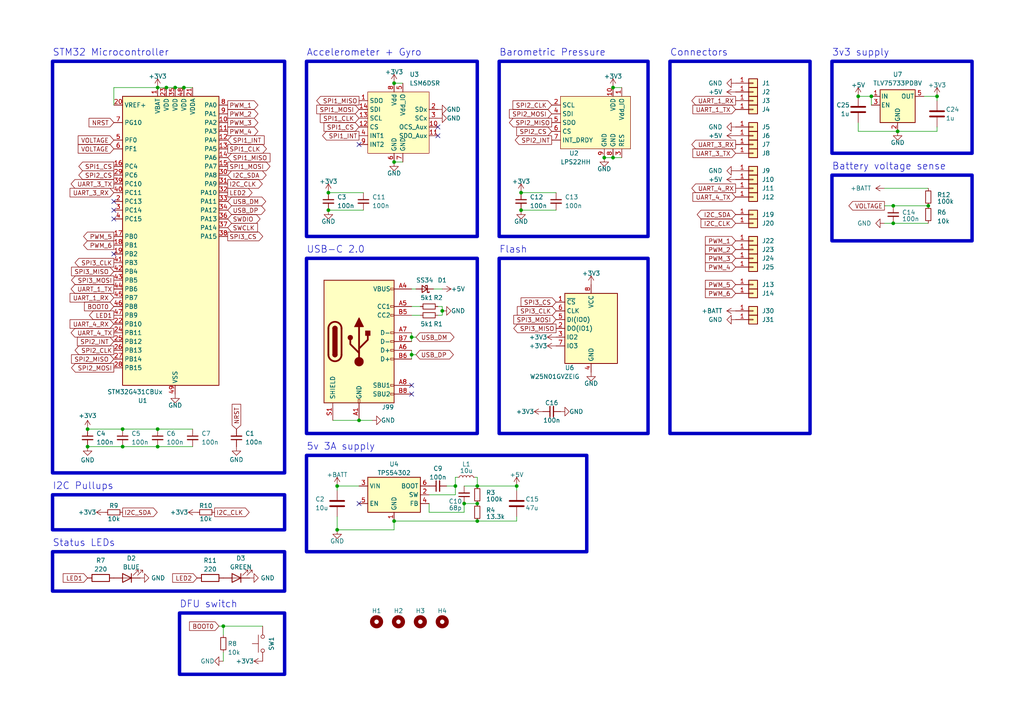
<source format=kicad_sch>
(kicad_sch (version 20230121) (generator eeschema)
  (paper "A4")
  (junction (at 138.43 146.05))
  (junction (at 119.38 97.79))
  (junction (at 128.27 90.17))
  (junction (at 25.4 124.46))
  (junction (at 114.3 46.99))
  (junction (at 104.14 121.92))
  (junction (at 151.13 60.96))
  (junction (at 114.3 24.13))
  (junction (at 95.25 60.96))
  (junction (at 134.62 146.05))
  (junction (at 97.79 153.67))
  (junction (at 248.92 27.94))
  (junction (at 95.25 55.88))
  (junction (at 138.43 140.97))
  (junction (at 25.4 129.54))
  (junction (at 259.08 64.77))
  (junction (at 35.56 124.46))
  (junction (at 177.8 25.4))
  (junction (at 53.34 25.4))
  (junction (at 45.72 124.46))
  (junction (at 271.78 27.94))
  (junction (at 45.72 25.4))
  (junction (at 149.86 140.97))
  (junction (at 138.43 151.13))
  (junction (at 114.3 151.13))
  (junction (at 50.8 25.4))
  (junction (at 252.73 27.94))
  (junction (at 132.08 140.97))
  (junction (at 45.72 129.54))
  (junction (at 48.26 25.4))
  (junction (at 175.26 45.72))
  (junction (at 151.13 55.88))
  (junction (at 35.56 129.54))
  (junction (at 260.35 38.1))
  (junction (at 64.77 181.61))
  (junction (at 119.38 102.87))
  (junction (at 177.8 45.72))
  (junction (at 269.24 59.69))
  (junction (at 259.08 59.69))
  (junction (at 97.79 140.97))
  (no_connect (at 127 36.83))
  (no_connect (at 33.02 73.66))
  (no_connect (at 119.38 114.3))
  (no_connect (at 33.02 60.96))
  (no_connect (at 33.02 63.5))
  (no_connect (at 127 39.37))
  (no_connect (at 104.14 146.05))
  (no_connect (at 33.02 58.42))
  (no_connect (at 119.38 111.76))
  (no_connect (at 104.14 41.91))
  (wire (pts (xy 104.14 121.92) (xy 107.95 121.92)))
  (wire (pts (xy 149.86 151.13) (xy 138.43 151.13)))
  (wire (pts (xy 25.4 124.46) (xy 35.56 124.46)))
  (wire (pts (xy 248.92 27.94) (xy 252.73 27.94)))
  (wire (pts (xy 259.08 59.69) (xy 269.24 59.69)))
  (wire (pts (xy 53.34 25.4) (xy 55.88 25.4)))
  (wire (pts (xy 45.72 124.46) (xy 55.88 124.46)))
  (wire (pts (xy 132.08 138.43) (xy 132.08 140.97)))
  (wire (pts (xy 104.14 121.92) (xy 96.52 121.92)))
  (wire (pts (xy 64.77 181.61) (xy 64.77 184.15)))
  (wire (pts (xy 151.13 55.88) (xy 161.29 55.88)))
  (wire (pts (xy 132.08 140.97) (xy 132.08 143.51)))
  (wire (pts (xy 134.62 148.59) (xy 134.62 146.05)))
  (wire (pts (xy 119.38 97.79) (xy 119.38 96.52)))
  (wire (pts (xy 125.73 83.82) (xy 128.27 83.82)))
  (wire (pts (xy 132.08 138.43) (xy 132.715 138.43)))
  (wire (pts (xy 48.26 25.4) (xy 50.8 25.4)))
  (wire (pts (xy 119.38 91.44) (xy 121.92 91.44)))
  (wire (pts (xy 120.65 102.87) (xy 119.38 102.87)))
  (wire (pts (xy 127 91.44) (xy 128.27 91.44)))
  (wire (pts (xy 124.46 143.51) (xy 132.08 143.51)))
  (wire (pts (xy 177.8 25.4) (xy 180.34 25.4)))
  (wire (pts (xy 256.54 59.69) (xy 259.08 59.69)))
  (wire (pts (xy 119.38 99.06) (xy 119.38 97.79)))
  (wire (pts (xy 119.38 104.14) (xy 119.38 102.87)))
  (wire (pts (xy 50.8 25.4) (xy 53.34 25.4)))
  (wire (pts (xy 119.38 102.87) (xy 119.38 101.6)))
  (wire (pts (xy 114.3 153.67) (xy 97.79 153.67)))
  (wire (pts (xy 95.25 55.88) (xy 105.41 55.88)))
  (wire (pts (xy 134.62 140.97) (xy 138.43 140.97)))
  (wire (pts (xy 128.27 90.17) (xy 128.27 88.9)))
  (wire (pts (xy 128.27 91.44) (xy 128.27 90.17)))
  (wire (pts (xy 119.38 88.9) (xy 121.92 88.9)))
  (wire (pts (xy 33.02 25.4) (xy 45.72 25.4)))
  (wire (pts (xy 149.86 140.97) (xy 149.86 142.24)))
  (wire (pts (xy 114.3 151.13) (xy 114.3 153.67)))
  (wire (pts (xy 259.08 64.77) (xy 269.24 64.77)))
  (wire (pts (xy 124.46 148.59) (xy 134.62 148.59)))
  (wire (pts (xy 97.79 149.86) (xy 97.79 153.67)))
  (wire (pts (xy 134.62 146.05) (xy 138.43 146.05)))
  (wire (pts (xy 45.72 25.4) (xy 48.26 25.4)))
  (wire (pts (xy 149.86 149.86) (xy 149.86 151.13)))
  (wire (pts (xy 175.26 45.72) (xy 177.8 45.72)))
  (wire (pts (xy 124.46 146.05) (xy 124.46 148.59)))
  (wire (pts (xy 114.3 46.99) (xy 116.84 46.99)))
  (wire (pts (xy 138.43 138.43) (xy 138.43 140.97)))
  (wire (pts (xy 128.27 88.9) (xy 127 88.9)))
  (wire (pts (xy 95.25 60.96) (xy 105.41 60.96)))
  (wire (pts (xy 256.54 64.77) (xy 259.08 64.77)))
  (wire (pts (xy 267.97 27.94) (xy 271.78 27.94)))
  (wire (pts (xy 120.65 97.79) (xy 119.38 97.79)))
  (wire (pts (xy 114.3 24.13) (xy 116.84 24.13)))
  (wire (pts (xy 137.795 138.43) (xy 138.43 138.43)))
  (wire (pts (xy 260.35 38.1) (xy 248.92 38.1)))
  (wire (pts (xy 25.4 129.54) (xy 35.56 129.54)))
  (wire (pts (xy 64.77 189.23) (xy 64.77 191.77)))
  (wire (pts (xy 138.43 140.97) (xy 149.86 140.97)))
  (wire (pts (xy 129.54 140.97) (xy 132.08 140.97)))
  (wire (pts (xy 63.5 181.61) (xy 64.77 181.61)))
  (wire (pts (xy 45.72 129.54) (xy 55.88 129.54)))
  (wire (pts (xy 97.79 140.97) (xy 97.79 142.24)))
  (wire (pts (xy 35.56 124.46) (xy 45.72 124.46)))
  (wire (pts (xy 271.78 38.1) (xy 271.78 36.83)))
  (wire (pts (xy 271.78 27.94) (xy 271.78 29.21)))
  (wire (pts (xy 33.02 30.48) (xy 33.02 25.4)))
  (wire (pts (xy 260.35 38.1) (xy 271.78 38.1)))
  (wire (pts (xy 256.54 54.61) (xy 269.24 54.61)))
  (wire (pts (xy 114.3 151.13) (xy 138.43 151.13)))
  (wire (pts (xy 35.56 129.54) (xy 45.72 129.54)))
  (wire (pts (xy 119.38 83.82) (xy 120.65 83.82)))
  (wire (pts (xy 151.13 60.96) (xy 161.29 60.96)))
  (wire (pts (xy 252.73 27.94) (xy 252.73 30.48)))
  (wire (pts (xy 97.79 140.97) (xy 104.14 140.97)))
  (wire (pts (xy 64.77 181.61) (xy 76.2 181.61)))
  (wire (pts (xy 248.92 38.1) (xy 248.92 35.56)))
  (wire (pts (xy 177.8 45.72) (xy 180.34 45.72)))
  (rectangle (start 15.24 160.02) (end 82.55 171.45) (stroke (width 1)))
  (rectangle (start 241.3 50.8) (end 281.94 69.85) (stroke (width 1)))
  (rectangle (start 88.9 132.08) (end 170.18 160.02) (stroke (width 1)))
  (rectangle (start 144.78 17.78) (end 187.96 68.58) (stroke (width 1)))
  (rectangle (start 15.24 17.78) (end 82.55 137.16) (stroke (width 1)))
  (rectangle (start 52.07 177.8) (end 82.55 195.58) (stroke (width 1)))
  (rectangle (start 88.9 74.93) (end 138.43 125.73) (stroke (width 1)))
  (rectangle (start 194.31 17.78) (end 234.95 125.73) (stroke (width 1)))
  (rectangle (start 15.24 143.51) (end 82.55 153.67) (stroke (width 1)))
  (rectangle (start 241.3 17.78) (end 281.94 44.45) (stroke (width 1)))
  (rectangle (start 88.9 17.78) (end 138.43 68.58) (stroke (width 1)))
  (rectangle (start 144.78 74.93) (end 187.96 125.73) (stroke (width 1)))
  (text "Accelerometer + Gyro" (at 88.9 16.51 0) (effects (font (size 2 2)) (justify left bottom)))
  (text "DFU switch" (at 52.07 176.53 0) (effects (font (size 2 2)) (justify left bottom)))
  (text "Status LEDs" (at 15.24 158.75 0) (effects (font (size 2 2)) (justify left bottom)))
  (text "3v3 supply" (at 241.3 16.51 0) (effects (font (size 2 2)) (justify left bottom)))
  (text "5v 3A supply" (at 88.9 130.81 0) (effects (font (size 2 2)) (justify left bottom)))
  (text "Flash" (at 144.78 73.66 0) (effects (font (size 2 2)) (justify left bottom)))
  (text "Barometric Pressure" (at 144.78 16.51 0) (effects (font (size 2 2)) (justify left bottom)))
  (text "STM32 Microcontroller" (at 15.24 16.51 0) (effects (font (size 2 2)) (justify left bottom)))
  (text "Connectors" (at 194.31 16.51 0) (effects (font (size 2 2)) (justify left bottom)))
  (text "I2C Pullups" (at 15.24 142.24 0) (effects (font (size 2 2)) (justify left bottom)))
  (text "USB-C 2.0" (at 88.9 73.66 0) (effects (font (size 2 2)) (justify left bottom)))
  (text "Battery voltage sense" (at 241.3 49.53 0) (effects (font (size 2 2)) (justify left bottom)))
  (global_label "NRST" (shape input) (at 33.02 35.56 180) (property "Intersheetrefs" "${INTERSHEET_REFS}" (effects hide)))
  (global_label "I2C_SDA" (shape bidirectional) (at 213.36 62.23 180) (property "Intersheetrefs" "${INTERSHEET_REFS}" (effects hide)))
  (global_label "VOLTAGE" (shape output) (at 256.54 59.69 180) (property "Intersheetrefs" "${INTERSHEET_REFS}" (effects hide)))
  (global_label "UART_4_TX" (shape input) (at 213.36 57.15 180) (property "Intersheetrefs" "${INTERSHEET_REFS}" (effects hide)))
  (global_label "SWCLK" (shape input) (at 66.04 66.04 0) (property "Intersheetrefs" "${INTERSHEET_REFS}" (effects hide)))
  (global_label "SPI2_CLK" (shape output) (at 33.02 101.6 180) (property "Intersheetrefs" "${INTERSHEET_REFS}" (effects hide)))
  (global_label "SPI3_MOSI" (shape output) (at 33.02 81.28 180) (property "Intersheetrefs" "${INTERSHEET_REFS}" (effects hide)))
  (global_label "SPI1_CLK" (shape output) (at 66.04 43.18 0) (property "Intersheetrefs" "${INTERSHEET_REFS}" (effects hide)))
  (global_label "PWM_6" (shape input) (at 213.36 85.09 180) (property "Intersheetrefs" "${INTERSHEET_REFS}" (effects hide)))
  (global_label "UART_4_TX" (shape output) (at 33.02 96.52 180) (property "Intersheetrefs" "${INTERSHEET_REFS}" (effects hide)))
  (global_label "SPI1_CS" (shape input) (at 104.14 36.83 180) (property "Intersheetrefs" "${INTERSHEET_REFS}" (effects hide)))
  (global_label "I2C_CLK" (shape input) (at 213.36 64.77 180) (property "Intersheetrefs" "${INTERSHEET_REFS}" (effects hide)))
  (global_label "SPI3_CLK" (shape output) (at 33.02 76.2 180) (property "Intersheetrefs" "${INTERSHEET_REFS}" (effects hide)))
  (global_label "SPI2_CS" (shape input) (at 160.02 38.1 180) (property "Intersheetrefs" "${INTERSHEET_REFS}" (effects hide)))
  (global_label "LED1" (shape output) (at 33.02 91.44 180) (property "Intersheetrefs" "${INTERSHEET_REFS}" (effects hide)))
  (global_label "SPI1_CLK" (shape input) (at 104.14 34.29 180) (property "Intersheetrefs" "${INTERSHEET_REFS}" (effects hide)))
  (global_label "SPI1_MISO" (shape input) (at 66.04 45.72 0) (property "Intersheetrefs" "${INTERSHEET_REFS}" (effects hide)))
  (global_label "USB_DM" (shape bidirectional) (at 120.65 97.79 0) (property "Intersheetrefs" "${INTERSHEET_REFS}" (effects hide)))
  (global_label "SPI2_MISO" (shape output) (at 160.02 35.56 180) (property "Intersheetrefs" "${INTERSHEET_REFS}" (effects hide)))
  (global_label "PWM_2" (shape input) (at 213.36 72.39 180) (property "Intersheetrefs" "${INTERSHEET_REFS}" (effects hide)))
  (global_label "UART_1_TX" (shape output) (at 33.02 83.82 180) (property "Intersheetrefs" "${INTERSHEET_REFS}" (effects hide)))
  (global_label "I2C_CLK" (shape output) (at 66.04 53.34 0) (property "Intersheetrefs" "${INTERSHEET_REFS}" (effects hide)))
  (global_label "LED2" (shape output) (at 66.04 55.88 0) (property "Intersheetrefs" "${INTERSHEET_REFS}" (effects hide)))
  (global_label "PWM_4" (shape input) (at 213.36 77.47 180) (property "Intersheetrefs" "${INTERSHEET_REFS}" (effects hide)))
  (global_label "PWM_3" (shape output) (at 66.04 35.56 0) (property "Intersheetrefs" "${INTERSHEET_REFS}" (effects hide)))
  (global_label "SPI1_INT" (shape output) (at 104.14 39.37 180) (property "Intersheetrefs" "${INTERSHEET_REFS}" (effects hide)))
  (global_label "PWM_5" (shape input) (at 213.36 82.55 180) (property "Intersheetrefs" "${INTERSHEET_REFS}" (effects hide)))
  (global_label "PWM_4" (shape output) (at 66.04 38.1 0) (property "Intersheetrefs" "${INTERSHEET_REFS}" (effects hide)))
  (global_label "SPI3_CS" (shape input) (at 161.29 87.63 180) (property "Intersheetrefs" "${INTERSHEET_REFS}" (effects hide)))
  (global_label "UART_3_TX" (shape input) (at 213.36 44.45 180) (property "Intersheetrefs" "${INTERSHEET_REFS}" (effects hide)))
  (global_label "SPI3_MOSI" (shape input) (at 161.29 92.71 180) (property "Intersheetrefs" "${INTERSHEET_REFS}" (effects hide)))
  (global_label "PWM_5" (shape output) (at 33.02 68.58 180) (property "Intersheetrefs" "${INTERSHEET_REFS}" (effects hide)))
  (global_label "PWM_3" (shape input) (at 213.36 74.93 180) (property "Intersheetrefs" "${INTERSHEET_REFS}" (effects hide)))
  (global_label "UART_1_TX" (shape input) (at 213.36 31.75 180) (property "Intersheetrefs" "${INTERSHEET_REFS}" (effects hide)))
  (global_label "UART_1_RX" (shape output) (at 213.36 29.21 180) (property "Intersheetrefs" "${INTERSHEET_REFS}" (effects hide)))
  (global_label "NRST" (shape input) (at 68.58 124.46 90) (property "Intersheetrefs" "${INTERSHEET_REFS}" (effects hide)))
  (global_label "LED1" (shape input) (at 25.4 167.64 180) (property "Intersheetrefs" "${INTERSHEET_REFS}" (effects hide)))
  (global_label "USB_DP" (shape bidirectional) (at 66.04 60.96 0) (property "Intersheetrefs" "${INTERSHEET_REFS}" (effects hide)))
  (global_label "SPI1_MOSI" (shape input) (at 104.14 31.75 180) (property "Intersheetrefs" "${INTERSHEET_REFS}" (effects hide)))
  (global_label "SPI2_MOSI" (shape input) (at 160.02 33.02 180) (property "Intersheetrefs" "${INTERSHEET_REFS}" (effects hide)))
  (global_label "SPI1_MOSI" (shape output) (at 66.04 48.26 0) (property "Intersheetrefs" "${INTERSHEET_REFS}" (effects hide)))
  (global_label "LED2" (shape input) (at 57.15 167.64 180) (property "Intersheetrefs" "${INTERSHEET_REFS}" (effects hide)))
  (global_label "SPI1_INT" (shape input) (at 66.04 40.64 0) (property "Intersheetrefs" "${INTERSHEET_REFS}" (effects hide)))
  (global_label "SPI2_INT" (shape input) (at 33.02 99.06 180) (property "Intersheetrefs" "${INTERSHEET_REFS}" (effects hide)))
  (global_label "UART_4_RX" (shape input) (at 33.02 93.98 180) (property "Intersheetrefs" "${INTERSHEET_REFS}" (effects hide)))
  (global_label "SWDIO" (shape bidirectional) (at 66.04 63.5 0) (property "Intersheetrefs" "${INTERSHEET_REFS}" (effects hide)))
  (global_label "VOLTAGE" (shape input) (at 33.02 40.64 180) (property "Intersheetrefs" "${INTERSHEET_REFS}" (effects hide)))
  (global_label "SPI3_MISO" (shape output) (at 161.29 95.25 180) (property "Intersheetrefs" "${INTERSHEET_REFS}" (effects hide)))
  (global_label "BOOT0" (shape input) (at 63.5 181.61 180) (property "Intersheetrefs" "${INTERSHEET_REFS}" (effects hide)))
  (global_label "SPI2_MOSI" (shape output) (at 33.02 106.68 180) (property "Intersheetrefs" "${INTERSHEET_REFS}" (effects hide)))
  (global_label "VOLTAGE" (shape input) (at 33.02 43.18 180) (property "Intersheetrefs" "${INTERSHEET_REFS}" (effects hide)))
  (global_label "SPI3_MISO" (shape input) (at 33.02 78.74 180) (property "Intersheetrefs" "${INTERSHEET_REFS}" (effects hide)))
  (global_label "I2C_SDA" (shape bidirectional) (at 66.04 50.8 0) (property "Intersheetrefs" "${INTERSHEET_REFS}" (effects hide)))
  (global_label "I2C_SDA" (shape output) (at 35.56 148.59 0) (property "Intersheetrefs" "${INTERSHEET_REFS}" (effects hide)))
  (global_label "SPI1_CS" (shape output) (at 33.02 48.26 180) (property "Intersheetrefs" "${INTERSHEET_REFS}" (effects hide)))
  (global_label "USB_DM" (shape bidirectional) (at 66.04 58.42 0) (property "Intersheetrefs" "${INTERSHEET_REFS}" (effects hide)))
  (global_label "SPI2_CS" (shape output) (at 33.02 50.8 180) (property "Intersheetrefs" "${INTERSHEET_REFS}" (effects hide)))
  (global_label "UART_1_RX" (shape input) (at 33.02 86.36 180) (property "Intersheetrefs" "${INTERSHEET_REFS}" (effects hide)))
  (global_label "UART_4_RX" (shape output) (at 213.36 54.61 180) (property "Intersheetrefs" "${INTERSHEET_REFS}" (effects hide)))
  (global_label "PWM_6" (shape output) (at 33.02 71.12 180) (property "Intersheetrefs" "${INTERSHEET_REFS}" (effects hide)))
  (global_label "BOOT0" (shape input) (at 33.02 88.9 180) (property "Intersheetrefs" "${INTERSHEET_REFS}" (effects hide)))
  (global_label "SPI3_CS" (shape output) (at 66.04 68.58 0) (property "Intersheetrefs" "${INTERSHEET_REFS}" (effects hide)))
  (global_label "PWM_1" (shape output) (at 66.04 30.48 0) (property "Intersheetrefs" "${INTERSHEET_REFS}" (effects hide)))
  (global_label "UART_3_RX" (shape input) (at 33.02 55.88 180) (property "Intersheetrefs" "${INTERSHEET_REFS}" (effects hide)))
  (global_label "SPI1_MISO" (shape output) (at 104.14 29.21 180) (property "Intersheetrefs" "${INTERSHEET_REFS}" (effects hide)))
  (global_label "SPI2_INT" (shape output) (at 160.02 40.64 180) (property "Intersheetrefs" "${INTERSHEET_REFS}" (effects hide)))
  (global_label "SPI2_CLK" (shape input) (at 160.02 30.48 180) (property "Intersheetrefs" "${INTERSHEET_REFS}" (effects hide)))
  (global_label "PWM_2" (shape output) (at 66.04 33.02 0) (property "Intersheetrefs" "${INTERSHEET_REFS}" (effects hide)))
  (global_label "USB_DP" (shape bidirectional) (at 120.65 102.87 0) (property "Intersheetrefs" "${INTERSHEET_REFS}" (effects hide)))
  (global_label "SPI2_MISO" (shape input) (at 33.02 104.14 180) (property "Intersheetrefs" "${INTERSHEET_REFS}" (effects hide)))
  (global_label "I2C_CLK" (shape output) (at 62.23 148.59 0) (property "Intersheetrefs" "${INTERSHEET_REFS}" (effects hide)))
  (global_label "UART_3_TX" (shape output) (at 33.02 53.34 180) (property "Intersheetrefs" "${INTERSHEET_REFS}" (effects hide)))
  (global_label "PWM_1" (shape input) (at 213.36 69.85 180) (property "Intersheetrefs" "${INTERSHEET_REFS}" (effects hide)))
  (global_label "UART_3_RX" (shape output) (at 213.36 41.91 180) (property "Intersheetrefs" "${INTERSHEET_REFS}" (effects hide)))
  (global_label "SPI3_CLK" (shape input) (at 161.29 90.17 180) (property "Intersheetrefs" "${INTERSHEET_REFS}" (effects hide)))
  (symbol (lib_id "Connector_Generic:Conn_01x01") (at 218.44 44.45 0) (unit 1)
    (property "Reference" "J8" (at 220.98 44.45 0) (effects (justify left)))
    (property "Value" "Conn_01x01" (effects hide))
    (property "Footprint" "footprints:smallpad" (effects hide))
  )
  (symbol (lib_id "Device:C") (at 97.79 146.05 0) (unit 1)
    (property "Reference" "C2" (at 91.44 144.78 0) (effects (justify left)))
    (property "Value" "10u" (at 91.44 147.32 0) (effects (justify left)))
    (property "Footprint" "Capacitor_SMD:C_1206_3216Metric" (effects hide))
    (property "LCSC" "C13585" (effects hide))
  )
  (symbol (lib_id "Mechanical:MountingHole") (at 109.22 180.34 0) (unit 1)
    (property "Reference" "H1" (at 109.22 177.165 0))
    (property "Value" "MountingHole" (effects hide))
    (property "Footprint" "MountingHole:MountingHole_4mm" (effects hide))
  )
  (symbol (lib_id "Device:C_Small") (at 134.62 143.51 180) (unit 1)
    (property "Reference" "C10" (at 132.08 145.415 0))
    (property "Value" "68p" (at 132.08 147.32 0))
    (property "Footprint" "Capacitor_SMD:C_0402_1005Metric" (effects hide))
    (property "LCSC" "C14441" (effects hide))
  )
  (symbol (lib_id "Device:R_Small") (at 33.02 148.59 90) (unit 1)
    (property "Reference" "R9" (at 33.02 146.685 90))
    (property "Value" "10k" (at 33.02 150.495 90))
    (property "Footprint" "Resistor_SMD:R_0402_1005Metric" (effects hide))
    (property "LCSC" "C25744" (effects hide))
  )
  (symbol (lib_id "Connector_Generic:Conn_01x01") (at 218.44 26.67 0) (unit 1)
    (property "Reference" "J2" (at 220.98 26.67 0) (effects (justify left)))
    (property "Value" "Conn_01x01" (effects hide))
    (property "Footprint" "footprints:smallpad" (effects hide))
  )
  (symbol (lib_id "Device:R_Small") (at 269.24 62.23 0) (unit 1)
    (property "Reference" "R6" (at 271.78 61.595 0) (effects (justify left)))
    (property "Value" "10k" (at 271.78 64.135 0) (effects (justify left)))
    (property "Footprint" "Resistor_SMD:R_0402_1005Metric" (effects hide))
    (property "LCSC" "C25744" (effects hide))
  )
  (symbol (lib_id "power:+3.3V") (at 30.48 148.59 90) (unit 1)
    (property "Reference" "#PWR041" (effects hide))
    (property "Value" "+3.3V" (at 27.94 148.59 90) (effects (justify left)))
  )
  (symbol (lib_id "Device:R_Small") (at 138.43 148.59 0) (unit 1)
    (property "Reference" "R4" (at 140.97 147.955 0) (effects (justify left)))
    (property "Value" "13.3k" (at 140.97 149.86 0) (effects (justify left)))
    (property "Footprint" "Resistor_SMD:R_0402_1005Metric" (effects hide))
    (property "LCSC" "C274352" (effects hide))
  )
  (symbol (lib_id "Connector_Generic:Conn_01x01") (at 218.44 31.75 0) (unit 1)
    (property "Reference" "J4" (at 220.98 31.75 0) (effects (justify left)))
    (property "Value" "Conn_01x01" (effects hide))
    (property "Footprint" "footprints:smallpad" (effects hide))
  )
  (symbol (lib_id "power:+BATT") (at 97.79 140.97 0) (unit 1)
    (property "Reference" "#PWR02" (effects hide))
    (property "Value" "+BATT" (at 97.79 138.43 0) (effects (justify bottom)))
  )
  (symbol (lib_id "power:GND") (at 260.35 38.1 0) (unit 1)
    (property "Reference" "#PWR050" (effects hide))
    (property "Value" "GND" (at 260.35 40.64 0) (effects (justify top)))
  )
  (symbol (lib_id "power:GND") (at 68.58 129.54 0) (unit 1)
    (property "Reference" "#PWR047" (effects hide))
    (property "Value" "GND" (at 68.58 133.35 0))
  )
  (symbol (lib_id "ST_Sensors:LSM6DSR") (at 115.57 41.91 0) (unit 1)
    (property "Reference" "U3" (at 118.7959 21.59 0) (effects (justify left)))
    (property "Value" "LSM6DSR" (at 118.7959 24.13 0) (effects (justify left)))
    (property "Footprint" "Package_LGA:LGA-14_3x2.5mm_P0.5mm_LayoutBorder3x4y" (effects hide))
    (property "LCSC" "C2655100" (effects hide))
  )
  (symbol (lib_id "Device:R_Small") (at 64.77 186.69 0) (unit 1)
    (property "Reference" "R8" (at 66.04 186.69 0) (effects (justify left)))
    (property "Value" "10k" (at 66.04 189.23 0) (effects (justify left)))
    (property "Footprint" "Resistor_SMD:R_0402_1005Metric" (effects hide))
    (property "LCSC" "C25744" (effects hide))
  )
  (symbol (lib_id "power:GND") (at 50.8 114.3 0) (unit 1)
    (property "Reference" "#PWR029" (effects hide))
    (property "Value" "GND" (at 50.8 116.84 0) (effects (justify top)))
  )
  (symbol (lib_id "power:+3.3V") (at 271.78 27.94 0) (unit 1)
    (property "Reference" "#PWR049" (effects hide))
    (property "Value" "+3.3V" (at 271.78 25.4 0) (effects (justify bottom)))
  )
  (symbol (lib_id "Device:LED") (at 68.58 167.64 180) (unit 1)
    (property "Reference" "D3" (at 69.85 161.925 0))
    (property "Value" "GREEN" (at 69.85 164.465 0))
    (property "Footprint" "LED_SMD:LED_0603_1608Metric" (effects hide))
    (property "LCSC" "C72043" (effects hide))
  )
  (symbol (lib_id "power:GND") (at 95.25 60.96 0) (unit 1)
    (property "Reference" "#PWR023" (effects hide))
    (property "Value" "GND" (at 95.25 63.5 0) (effects (justify top)))
  )
  (symbol (lib_id "Connector_Generic:Conn_01x01") (at 218.44 62.23 0) (unit 1)
    (property "Reference" "J19" (at 220.98 62.23 0) (effects (justify left)))
    (property "Value" "Conn_01x01" (effects hide))
    (property "Footprint" "footprints:smallpad" (effects hide))
  )
  (symbol (lib_name "GND_1") (lib_id "power:GND") (at 213.36 49.53 270) (unit 1)
    (property "Reference" "#PWR013" (effects hide))
    (property "Value" "GND" (at 209.55 49.53 90) (effects (justify right)))
  )
  (symbol (lib_id "Device:C_Small") (at 35.56 127 0) (unit 1)
    (property "Reference" "C5" (at 38.1 125.7362 0) (effects (justify left)))
    (property "Value" "100n" (at 38.1 128.2762 0) (effects (justify left)))
    (property "Footprint" "Capacitor_SMD:C_0402_1005Metric" (effects hide))
    (property "LCSC" "C1525" (effects hide))
  )
  (symbol (lib_id "Device:R_Small") (at 124.46 91.44 270) (unit 1)
    (property "Reference" "R1" (at 125.73 93.98 90) (effects (justify left)))
    (property "Value" "5k1" (at 121.92 93.98 90) (effects (justify left)))
    (property "Footprint" "Resistor_SMD:R_0402_1005Metric" (effects hide))
    (property "LCSC" "C25905" (effects hide))
  )
  (symbol (lib_id "power:+5V") (at 213.36 26.67 90) (unit 1)
    (property "Reference" "#PWR038" (effects hide))
    (property "Value" "+5V" (at 209.55 26.67 90) (effects (justify left)))
  )
  (symbol (lib_id "Connector_Generic:Conn_01x01") (at 218.44 39.37 0) (unit 1)
    (property "Reference" "J6" (at 220.98 39.37 0) (effects (justify left)))
    (property "Value" "Conn_01x01" (effects hide))
    (property "Footprint" "footprints:smallpad" (effects hide))
  )
  (symbol (lib_id "Device:L_Small") (at 135.255 138.43 90) (unit 1)
    (property "Reference" "L1" (at 135.255 134.62 90))
    (property "Value" "10u" (at 135.255 136.525 90))
    (property "Footprint" "Inductor_SMD:L_Sunlord_MWSA0503S" (effects hide))
    (property "LCSC" "C408412" (effects hide))
  )
  (symbol (lib_id "Device:R_Small") (at 124.46 88.9 270) (unit 1)
    (property "Reference" "R2" (at 125.73 86.36 90) (effects (justify left)))
    (property "Value" "5k1" (at 121.92 86.36 90) (effects (justify left)))
    (property "Footprint" "Resistor_SMD:R_0402_1005Metric" (effects hide))
    (property "LCSC" "C25905" (effects hide))
  )
  (symbol (lib_id "Connector_Generic:Conn_01x01") (at 218.44 57.15 0) (unit 1)
    (property "Reference" "J12" (at 220.98 57.15 0) (effects (justify left)))
    (property "Value" "Conn_01x01" (effects hide))
    (property "Footprint" "footprints:smallpad" (effects hide))
  )
  (symbol (lib_id "Device:C_Small") (at 127 140.97 90) (unit 1)
    (property "Reference" "C9" (at 127 135.89 90))
    (property "Value" "100n" (at 127.0063 138.43 90))
    (property "Footprint" "Capacitor_SMD:C_0402_1005Metric" (effects hide))
    (property "LCSC" "C1525" (effects hide))
  )
  (symbol (lib_id "power:GND") (at 72.39 167.64 90) (unit 1)
    (property "Reference" "#PWR043" (effects hide))
    (property "Value" "GND" (at 75.565 167.64 90) (effects (justify right)))
  )
  (symbol (lib_name "GND_1") (lib_id "power:GND") (at 256.54 64.77 270) (unit 1)
    (property "Reference" "#PWR017" (effects hide))
    (property "Value" "GND" (at 252.73 64.77 90) (effects (justify right)))
  )
  (symbol (lib_id "power:GND") (at 128.27 90.17 90) (unit 1)
    (property "Reference" "#PWR020" (effects hide))
    (property "Value" "GND" (at 130.81 90.17 90) (effects (justify right)))
  )
  (symbol (lib_id "Device:C") (at 149.86 146.05 0) (unit 1)
    (property "Reference" "C15" (at 152.4 144.78 0) (effects (justify left)))
    (property "Value" "47u" (at 152.4 147.32 0) (effects (justify left)))
    (property "Footprint" "Capacitor_SMD:C_1210_3225Metric" (effects hide))
    (property "LCSC" "C77101" (effects hide))
  )
  (symbol (lib_id "Device:C") (at 248.92 31.75 0) (unit 1)
    (property "Reference" "C25" (at 242.57 30.48 0) (effects (justify left)))
    (property "Value" "1u" (at 243.84 33.02 0) (effects (justify left)))
    (property "Footprint" "Capacitor_SMD:C_0402_1005Metric" (effects hide))
    (property "LCSC" "C52923" (effects hide))
  )
  (symbol (lib_id "Memory_Flash:W25Q32JVSS") (at 171.45 95.25 0) (unit 1)
    (property "Reference" "U6" (at 163.83 106.68 0) (effects (justify left)))
    (property "Value" "W25N01GVZEIG" (at 153.67 109.22 0) (effects (justify left)))
    (property "Footprint" "Package_SON:WSON-8-1EP_8x6mm_P1.27mm_EP3.4x4.3mm" (effects hide))
    (property "Datasheet" "http://www.winbond.com/resource-files/w25q32jv%20revg%2003272018%20plus.pdf" (effects hide))
    (property "LCSC" "C907680" (effects hide))
  )
  (symbol (lib_id "power:+5V") (at 149.86 140.97 0) (unit 1)
    (property "Reference" "#PWR07" (effects hide))
    (property "Value" "+5V" (at 149.86 138.43 0) (effects (justify bottom)))
  )
  (symbol (lib_id "Device:R_Small") (at 59.69 148.59 90) (unit 1)
    (property "Reference" "R10" (at 59.69 146.685 90))
    (property "Value" "10k" (at 59.69 150.495 90))
    (property "Footprint" "Resistor_SMD:R_0402_1005Metric" (effects hide))
    (property "LCSC" "C25744" (effects hide))
  )
  (symbol (lib_id "power:+3.3V") (at 161.29 100.33 90) (unit 1)
    (property "Reference" "#PWR026" (effects hide))
    (property "Value" "+3.3V" (at 158.75 100.33 90) (effects (justify left)))
  )
  (symbol (lib_id "power:GND") (at 162.56 119.38 90) (unit 1)
    (property "Reference" "#PWR046" (effects hide))
    (property "Value" "GND" (at 165.1 119.38 90) (effects (justify right)))
  )
  (symbol (lib_id "Device:R_Small") (at 269.24 57.15 0) (unit 1)
    (property "Reference" "R12" (at 271.78 56.515 0) (effects (justify left)))
    (property "Value" "100k" (at 271.78 58.42 0) (effects (justify left)))
    (property "Footprint" "Resistor_SMD:R_0402_1005Metric" (effects hide))
    (property "LCSC" "C25741" (effects hide))
  )
  (symbol (lib_id "power:+3.3V") (at 161.29 97.79 90) (unit 1)
    (property "Reference" "#PWR024" (effects hide))
    (property "Value" "+3.3V" (at 158.75 97.79 90) (effects (justify left)))
  )
  (symbol (lib_id "Connector_Generic:Conn_01x01") (at 218.44 85.09 0) (unit 1)
    (property "Reference" "J14" (at 220.98 85.09 0) (effects (justify left)))
    (property "Value" "Conn_01x01" (effects hide))
    (property "Footprint" "footprints:smallpad" (effects hide))
  )
  (symbol (lib_id "power:GND") (at 64.77 191.77 270) (unit 1)
    (property "Reference" "#PWR018" (effects hide))
    (property "Value" "GND" (at 62.23 191.77 90) (effects (justify right)))
  )
  (symbol (lib_id "power:+3.3V") (at 151.13 55.88 0) (unit 1)
    (property "Reference" "#PWR033" (effects hide))
    (property "Value" "+3.3V" (at 151.13 53.34 0) (effects (justify bottom)))
  )
  (symbol (lib_id "power:+5V") (at 128.27 83.82 270) (unit 1)
    (property "Reference" "#PWR06" (effects hide))
    (property "Value" "+5V" (at 130.81 83.82 90) (effects (justify left)))
  )
  (symbol (lib_id "Device:C_Small") (at 151.13 58.42 0) (unit 1)
    (property "Reference" "C12" (at 153.67 57.1562 0) (effects (justify left)))
    (property "Value" "100n" (at 153.67 59.6962 0) (effects (justify left)))
    (property "Footprint" "Capacitor_SMD:C_0402_1005Metric" (effects hide))
    (property "LCSC" "C1525" (effects hide))
  )
  (symbol (lib_id "power:+3.3V") (at 95.25 55.88 0) (unit 1)
    (property "Reference" "#PWR022" (effects hide))
    (property "Value" "+3.3V" (at 95.25 53.34 0) (effects (justify bottom)))
  )
  (symbol (lib_id "Device:R") (at 60.96 167.64 90) (unit 1)
    (property "Reference" "R11" (at 60.96 162.56 90))
    (property "Value" "220" (at 60.96 165.1 90))
    (property "Footprint" "Resistor_SMD:R_0603_1608Metric" (effects hide))
    (property "LCSC" "C22962" (effects hide))
  )
  (symbol (lib_id "power:GND") (at 25.4 129.54 0) (unit 1)
    (property "Reference" "#PWR021" (effects hide))
    (property "Value" "GND" (at 25.4 132.715 0) (effects (justify top)))
  )
  (symbol (lib_id "power:GND") (at 40.64 167.64 90) (unit 1)
    (property "Reference" "#PWR04" (effects hide))
    (property "Value" "GND" (at 43.815 167.64 90) (effects (justify right)))
  )
  (symbol (lib_id "Device:C_Small") (at 161.29 58.42 0) (unit 1)
    (property "Reference" "C13" (at 163.83 57.1562 0) (effects (justify left)))
    (property "Value" "100n" (at 163.83 59.6962 0) (effects (justify left)))
    (property "Footprint" "Capacitor_SMD:C_0402_1005Metric" (effects hide))
    (property "LCSC" "C1525" (effects hide))
  )
  (symbol (lib_id "Device:C_Small") (at 68.58 127 180) (unit 1)
    (property "Reference" "C1" (at 71.12 125.73 0) (effects (justify right)))
    (property "Value" "100n" (at 71.12 128.27 0) (effects (justify right)))
    (property "Footprint" "Capacitor_SMD:C_0402_1005Metric" (effects hide))
    (property "LCSC" "C1525" (effects hide))
  )
  (symbol (lib_id "power:+BATT") (at 256.54 54.61 90) (unit 1)
    (property "Reference" "#PWR016" (effects hide))
    (property "Value" "+BATT" (at 252.73 54.61 90) (effects (justify left)))
  )
  (symbol (lib_id "Connector_Generic:Conn_01x01") (at 218.44 49.53 0) (unit 1)
    (property "Reference" "J9" (at 220.98 49.53 0) (effects (justify left)))
    (property "Value" "Conn_01x01" (effects hide))
    (property "Footprint" "footprints:smallpad" (effects hide))
  )
  (symbol (lib_id "Connector_Generic:Conn_01x01") (at 218.44 41.91 0) (unit 1)
    (property "Reference" "J7" (at 220.98 41.91 0) (effects (justify left)))
    (property "Value" "Conn_01x01" (effects hide))
    (property "Footprint" "footprints:smallpad" (effects hide))
  )
  (symbol (lib_id "Connector_Generic:Conn_01x01") (at 218.44 69.85 0) (unit 1)
    (property "Reference" "J22" (at 220.98 69.85 0) (effects (justify left)))
    (property "Value" "Conn_01x01" (effects hide))
    (property "Footprint" "footprints:smallpad" (effects hide))
  )
  (symbol (lib_id "power:+3.3V") (at 177.8 25.4 0) (unit 1)
    (property "Reference" "#PWR028" (effects hide))
    (property "Value" "+3.3V" (at 177.8 22.86 0) (effects (justify bottom)))
  )
  (symbol (lib_id "power:+3.3V") (at 114.3 24.13 0) (unit 1)
    (property "Reference" "#PWR011" (effects hide))
    (property "Value" "+3.3V" (at 114.3 21.59 0) (effects (justify bottom)))
  )
  (symbol (lib_id "Mechanical:MountingHole") (at 121.92 180.34 0) (unit 1)
    (property "Reference" "H3" (at 121.92 177.165 0))
    (property "Value" "MountingHole" (effects hide))
    (property "Footprint" "MountingHole:MountingHole_4mm" (effects hide))
  )
  (symbol (lib_id "Device:C_Small") (at 259.08 62.23 0) (unit 1)
    (property "Reference" "C14" (at 261.62 61.6013 0) (effects (justify left)))
    (property "Value" "100n" (at 261.62 63.5 0) (effects (justify left)))
    (property "Footprint" "Capacitor_SMD:C_0402_1005Metric" (effects hide))
    (property "LCSC" "C1525" (effects hide))
  )
  (symbol (lib_id "Connector_Generic:Conn_01x01") (at 218.44 64.77 0) (unit 1)
    (property "Reference" "J20" (at 220.98 64.77 0) (effects (justify left)))
    (property "Value" "Conn_01x01" (effects hide))
    (property "Footprint" "footprints:smallpad" (effects hide))
  )
  (symbol (lib_id "Connector_Generic:Conn_01x01") (at 218.44 92.71 0) (unit 1)
    (property "Reference" "J31" (at 220.98 92.71 0) (effects (justify left)))
    (property "Value" "Conn_01x01" (effects hide))
    (property "Footprint" "footprints:largepad" (effects hide))
  )
  (symbol (lib_id "Switch:SW_Push") (at 76.2 186.69 90) (unit 1)
    (property "Reference" "SW1" (at 78.74 186.69 0))
    (property "Value" "SW_Push" (effects hide))
    (property "Footprint" "Button_Switch_SMD:SW_SPST_B3U-1000P" (effects hide))
    (property "LCSC" "C231329" (effects hide))
  )
  (symbol (lib_id "power:GND") (at 107.95 121.92 90) (unit 1)
    (property "Reference" "#PWR019" (effects hide))
    (property "Value" "GND" (at 110.49 121.92 90) (effects (justify right)))
  )
  (symbol (lib_id "Device:D_Schottky_Small") (at 123.19 83.82 180) (unit 1)
    (property "Reference" "D1" (at 128.27 81.28 0))
    (property "Value" "SS34" (at 123.19 81.28 0))
    (property "Footprint" "Diode_SMD:D_SMA" (effects hide))
    (property "LCSC" "C8678" (effects hide))
  )
  (symbol (lib_id "power:+3.3V") (at 157.48 119.38 90) (unit 1)
    (property "Reference" "#PWR045" (effects hide))
    (property "Value" "+3.3V" (at 154.94 119.38 90) (effects (justify left)))
  )
  (symbol (lib_id "power:+BATT") (at 213.36 90.17 90) (unit 1)
    (property "Reference" "#PWR032" (effects hide))
    (property "Value" "+BATT" (at 209.55 90.17 90) (effects (justify left)))
  )
  (symbol (lib_id "Device:C_Small") (at 45.72 127 0) (unit 1)
    (property "Reference" "C6" (at 48.26 125.7362 0) (effects (justify left)))
    (property "Value" "100n" (at 48.26 128.2762 0) (effects (justify left)))
    (property "Footprint" "Capacitor_SMD:C_0402_1005Metric" (effects hide))
    (property "LCSC" "C1525" (effects hide))
  )
  (symbol (lib_id "power:+3.3V") (at 57.15 148.59 90) (unit 1)
    (property "Reference" "#PWR042" (effects hide))
    (property "Value" "+3.3V" (at 54.61 148.59 90) (effects (justify left)))
  )
  (symbol (lib_id "Connector:USB_C_Receptacle_USB2.0") (at 104.14 99.06 0) (unit 1)
    (property "Reference" "J99" (at 114.3 118.11 0) (effects (justify right)))
    (property "Value" "USB_C_Receptacle_USB2.0" (effects hide))
    (property "Footprint" "footprints:TYPE-C-31-M-12" (effects hide))
    (property "Datasheet" "https://www.usb.org/sites/default/files/documents/usb_type-c.zip" (effects hide))
    (property "LCSC" "C165948" (effects hide))
  )
  (symbol (lib_id "Mechanical:MountingHole") (at 128.27 180.34 0) (unit 1)
    (property "Reference" "H4" (at 128.27 177.165 0))
    (property "Value" "MountingHole" (effects hide))
    (property "Footprint" "MountingHole:MountingHole_4mm" (effects hide))
  )
  (symbol (lib_id "Connector_Generic:Conn_01x01") (at 218.44 52.07 0) (unit 1)
    (property "Reference" "J10" (at 220.98 52.07 0) (effects (justify left)))
    (property "Value" "Conn_01x01" (effects hide))
    (property "Footprint" "footprints:smallpad" (effects hide))
  )
  (symbol (lib_id "Device:C") (at 271.78 33.02 0) (unit 1)
    (property "Reference" "C24" (at 274.32 31.75 0) (effects (justify left)))
    (property "Value" "1u" (at 274.32 34.29 0) (effects (justify left)))
    (property "Footprint" "Capacitor_SMD:C_0402_1005Metric" (effects hide))
    (property "LCSC" "C52923" (effects hide))
  )
  (symbol (lib_id "Connector_Generic:Conn_01x01") (at 218.44 82.55 0) (unit 1)
    (property "Reference" "J13" (at 220.98 82.55 0) (effects (justify left)))
    (property "Value" "Conn_01x01" (effects hide))
    (property "Footprint" "footprints:smallpad" (effects hide))
  )
  (symbol (lib_id "Connector_Generic:Conn_01x01") (at 218.44 24.13 0) (unit 1)
    (property "Reference" "J1" (at 220.98 24.13 0) (effects (justify left)))
    (property "Value" "Conn_01x01" (effects hide))
    (property "Footprint" "footprints:smallpad" (effects hide))
  )
  (symbol (lib_id "Device:C_Small") (at 55.88 127 0) (unit 1)
    (property "Reference" "C7" (at 58.42 125.7362 0) (effects (justify left)))
    (property "Value" "100n" (at 58.42 128.2762 0) (effects (justify left)))
    (property "Footprint" "Capacitor_SMD:C_0402_1005Metric" (effects hide))
    (property "LCSC" "C1525" (effects hide))
  )
  (symbol (lib_id "Connector_Generic:Conn_01x01") (at 218.44 90.17 0) (unit 1)
    (property "Reference" "J30" (at 220.98 90.17 0) (effects (justify left)))
    (property "Value" "Conn_01x01" (effects hide))
    (property "Footprint" "footprints:largepad" (effects hide))
  )
  (symbol (lib_id "Connector_Generic:Conn_01x01") (at 218.44 29.21 0) (unit 1)
    (property "Reference" "J3" (at 220.98 29.21 0) (effects (justify left)))
    (property "Value" "Conn_01x01" (effects hide))
    (property "Footprint" "footprints:smallpad" (effects hide))
  )
  (symbol (lib_id "power:+3.3V") (at 45.72 25.4 0) (unit 1)
    (property "Reference" "#PWR012" (effects hide))
    (property "Value" "+3.3V" (at 45.72 22.86 0) (effects (justify bottom)))
  )
  (symbol (lib_id "power:+5V") (at 213.36 52.07 90) (unit 1)
    (property "Reference" "#PWR014" (effects hide))
    (property "Value" "+5V" (at 209.55 52.07 90) (effects (justify left)))
  )
  (symbol (lib_id "Regulator_Linear:TLV75733PDBV") (at 260.35 30.48 0) (unit 1)
    (property "Reference" "U7" (at 260.35 21.59 0))
    (property "Value" "TLV75733PDBV" (at 260.35 24.13 0))
    (property "Footprint" "Package_TO_SOT_SMD:SOT-23-5" (effects hide))
    (property "Datasheet" "https://www.ti.com/lit/ds/symlink/tlv757p.pdf" (effects hide))
    (property "LCSC" "C485517" (effects hide))
  )
  (symbol (lib_id "power:+5V") (at 213.36 39.37 90) (unit 1)
    (property "Reference" "#PWR036" (effects hide))
    (property "Value" "+5V" (at 209.55 39.37 90) (effects (justify left)))
  )
  (symbol (lib_id "Device:C_Small") (at 95.25 58.42 0) (unit 1)
    (property "Reference" "C3" (at 97.79 57.1562 0) (effects (justify left)))
    (property "Value" "100n" (at 97.79 59.6962 0) (effects (justify left)))
    (property "Footprint" "Capacitor_SMD:C_0402_1005Metric" (effects hide))
    (property "LCSC" "C1525" (effects hide))
  )
  (symbol (lib_id "Mechanical:MountingHole") (at 115.57 180.34 0) (unit 1)
    (property "Reference" "H2" (at 115.57 177.165 0))
    (property "Value" "MountingHole" (effects hide))
    (property "Footprint" "MountingHole:MountingHole_4mm" (effects hide))
  )
  (symbol (lib_id "Connector_Generic:Conn_01x01") (at 218.44 77.47 0) (unit 1)
    (property "Reference" "J25" (at 220.98 77.47 0) (effects (justify left)))
    (property "Value" "Conn_01x01" (effects hide))
    (property "Footprint" "footprints:smallpad" (effects hide))
  )
  (symbol (lib_id "Device:C_Small") (at 105.41 58.42 0) (unit 1)
    (property "Reference" "C11" (at 107.95 57.1562 0) (effects (justify left)))
    (property "Value" "100n" (at 107.95 59.6962 0) (effects (justify left)))
    (property "Footprint" "Capacitor_SMD:C_0402_1005Metric" (effects hide))
    (property "LCSC" "C1525" (effects hide))
  )
  (symbol (lib_id "Connector_Generic:Conn_01x01") (at 218.44 54.61 0) (unit 1)
    (property "Reference" "J11" (at 220.98 54.61 0) (effects (justify left)))
    (property "Value" "Conn_01x01" (effects hide))
    (property "Footprint" "footprints:smallpad" (effects hide))
  )
  (symbol (lib_id "power:+3.3V") (at 171.45 82.55 0) (unit 1)
    (property "Reference" "#PWR01" (effects hide))
    (property "Value" "+3.3V" (at 171.45 80.01 0) (effects (justify bottom)))
  )
  (symbol (lib_id "MCU_ST_STM32G4:STM32G431CBUx") (at 48.26 71.12 0) (unit 1)
    (property "Reference" "U1" (at 40.005 116.205 0) (effects (justify left)))
    (property "Value" "STM32G431CBUx" (at 31.115 113.665 0) (effects (justify left)))
    (property "Footprint" "Package_DFN_QFN:QFN-48-1EP_7x7mm_P0.5mm_EP5.6x5.6mm" (effects hide))
    (property "Datasheet" "https://www.st.com/resource/en/datasheet/stm32g431cb.pdf" (effects hide))
    (property "LCSC" "C529356" (effects hide))
  )
  (symbol (lib_id "power:GND") (at 171.45 107.95 0) (unit 1)
    (property "Reference" "#PWR03" (effects hide))
    (property "Value" "GND" (at 171.45 110.49 0) (effects (justify top)))
  )
  (symbol (lib_id "power:GND") (at 114.3 46.99 0) (unit 1)
    (property "Reference" "#PWR025" (effects hide))
    (property "Value" "GND" (at 114.3 49.53 0) (effects (justify top)))
  )
  (symbol (lib_id "power:GND") (at 97.79 153.67 0) (unit 1)
    (property "Reference" "#PWR05" (effects hide))
    (property "Value" "GND" (at 97.79 156.21 0) (effects (justify top)))
  )
  (symbol (lib_id "power:+3.3V") (at 25.4 124.46 0) (unit 1)
    (property "Reference" "#PWR010" (effects hide))
    (property "Value" "+3.3V" (at 25.4 121.285 0) (effects (justify bottom)))
  )
  (symbol (lib_id "power:GND") (at 175.26 45.72 0) (unit 1)
    (property "Reference" "#PWR030" (effects hide))
    (property "Value" "GND" (at 175.26 48.26 0) (effects (justify top)))
  )
  (symbol (lib_id "power:GND") (at 127 31.75 90) (unit 1)
    (property "Reference" "#PWR08" (effects hide))
    (property "Value" "GND" (at 129.54 31.75 90) (effects (justify right)))
  )
  (symbol (lib_id "Connector_Generic:Conn_01x01") (at 218.44 72.39 0) (unit 1)
    (property "Reference" "J23" (at 220.98 72.39 0) (effects (justify left)))
    (property "Value" "Conn_01x01" (effects hide))
    (property "Footprint" "footprints:smallpad" (effects hide))
  )
  (symbol (lib_name "GND_1") (lib_id "power:GND") (at 213.36 36.83 270) (unit 1)
    (property "Reference" "#PWR035" (effects hide))
    (property "Value" "GND" (at 209.55 36.83 90) (effects (justify right)))
  )
  (symbol (lib_id "Device:C_Small") (at 160.02 119.38 90) (unit 1)
    (property "Reference" "C16" (at 160.02 116.84 90))
    (property "Value" "100n" (at 160.02 121.92 90))
    (property "Footprint" "Capacitor_SMD:C_0402_1005Metric" (effects hide))
    (property "LCSC" "C1525" (effects hide))
  )
  (symbol (lib_id "power:GND") (at 151.13 60.96 0) (unit 1)
    (property "Reference" "#PWR044" (effects hide))
    (property "Value" "GND" (at 151.13 63.5 0) (effects (justify top)))
  )
  (symbol (lib_id "Connector_Generic:Conn_01x01") (at 218.44 74.93 0) (unit 1)
    (property "Reference" "J24" (at 220.98 74.93 0) (effects (justify left)))
    (property "Value" "Conn_01x01" (effects hide))
    (property "Footprint" "footprints:smallpad" (effects hide))
  )
  (symbol (lib_name "GND_1") (lib_id "power:GND") (at 213.36 92.71 270) (unit 1)
    (property "Reference" "#PWR034" (effects hide))
    (property "Value" "GND" (at 209.55 92.71 90) (effects (justify right)))
  )
  (symbol (lib_id "ST_Sensors:LPS22HH") (at 172.72 38.1 0) (unit 1)
    (property "Reference" "U2" (at 165.1 44.45 0) (effects (justify left)))
    (property "Value" "LPS22HH" (at 162.56 46.99 0) (effects (justify left)))
    (property "Footprint" "Package_LGA:ST_HLGA-10_2x2mm_P0.5mm_LayoutBorder3x2y" (effects hide))
    (property "LCSC" "C2827824" (effects hide))
  )
  (symbol (lib_id "Device:LED") (at 36.83 167.64 180) (unit 1)
    (property "Reference" "D2" (at 38.1 161.925 0))
    (property "Value" "BLUE" (at 38.1 164.465 0))
    (property "Footprint" "LED_SMD:LED_0603_1608Metric" (effects hide))
    (property "LCSC" "C72041" (effects hide))
  )
  (symbol (lib_id "Device:C_Small") (at 25.4 127 0) (unit 1)
    (property "Reference" "C4" (at 27.94 125.7362 0) (effects (justify left)))
    (property "Value" "100n" (at 27.94 128.2762 0) (effects (justify left)))
    (property "Footprint" "Capacitor_SMD:C_0402_1005Metric" (effects hide))
    (property "LCSC" "C1525" (effects hide))
  )
  (symbol (lib_id "Device:R") (at 29.21 167.64 90) (unit 1)
    (property "Reference" "R7" (at 29.21 162.56 90))
    (property "Value" "220" (at 29.21 165.1 90))
    (property "Footprint" "Resistor_SMD:R_0603_1608Metric" (effects hide))
    (property "LCSC" "C22962" (effects hide))
  )
  (symbol (lib_id "power:+5V") (at 248.92 27.94 0) (unit 1)
    (property "Reference" "#PWR039" (effects hide))
    (property "Value" "+5V" (at 248.92 25.4 0) (effects (justify bottom)))
  )
  (symbol (lib_id "power:GND") (at 127 34.29 90) (unit 1)
    (property "Reference" "#PWR09" (effects hide))
    (property "Value" "GND" (at 129.54 34.29 90) (effects (justify right)))
  )
  (symbol (lib_id "Connector_Generic:Conn_01x01") (at 218.44 36.83 0) (unit 1)
    (property "Reference" "J5" (at 220.98 36.83 0) (effects (justify left)))
    (property "Value" "Conn_01x01" (effects hide))
    (property "Footprint" "footprints:smallpad" (effects hide))
  )
  (symbol (lib_id "power:+3.3V") (at 76.2 191.77 90) (unit 1)
    (property "Reference" "#PWR031" (effects hide))
    (property "Value" "+3.3V" (at 73.66 191.77 90) (effects (justify left)))
  )
  (symbol (lib_id "Device:R_Small") (at 138.43 143.51 0) (unit 1)
    (property "Reference" "R3" (at 140.97 142.875 0) (effects (justify left)))
    (property "Value" "100k" (at 140.97 144.78 0) (effects (justify left)))
    (property "Footprint" "Resistor_SMD:R_0402_1005Metric" (effects hide))
    (property "LCSC" "C25741" (effects hide))
  )
  (symbol (lib_name "GND_1") (lib_id "power:GND") (at 213.36 24.13 270) (unit 1)
    (property "Reference" "#PWR037" (effects hide))
    (property "Value" "GND" (at 209.55 24.13 90) (effects (justify right)))
  )
  (symbol (lib_id "Regulator_Switching:TPS54302") (at 114.3 143.51 0) (unit 1)
    (property "Reference" "U4" (at 114.3 134.62 0))
    (property "Value" "TPS54302" (at 114.3 137.16 0))
    (property "Footprint" "Package_TO_SOT_SMD:SOT-23-6" (effects hide))
    (property "Datasheet" "http://www.ti.com/lit/ds/symlink/tps54302.pdf" (effects hide))
    (property "LCSC" "C311983" (effects hide))
  )
)
</source>
